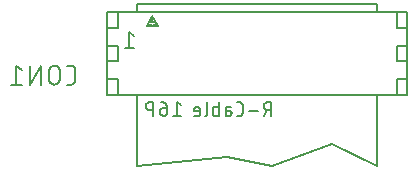
<source format=gbr>
G04 EAGLE Gerber RS-274X export*
G75*
%MOIN*%
%FSLAX34Y34*%
%LPD*%
%INSilkscreen Bottom*%
%IPPOS*%
%AMOC8*
5,1,8,0,0,1.08239X$1,22.5*%
G01*
%ADD10C,0.006000*%
%ADD11C,0.005000*%
%ADD12R,0.020000X0.010000*%
%ADD13R,0.015000X0.005000*%
%ADD14R,0.010000X0.010000*%
%ADD15C,0.007000*%


D10*
X4500Y750D02*
X7500Y1050D01*
X4500Y6140D02*
X12500Y6140D01*
X9000Y750D02*
X7500Y1050D01*
X9000Y750D02*
X11000Y1500D01*
X12500Y750D01*
X4500Y5870D02*
X4500Y6140D01*
X12500Y6140D02*
X12500Y5870D01*
X12500Y3120D02*
X12500Y750D01*
X4500Y750D02*
X4500Y3120D01*
X4830Y5420D02*
X5170Y5420D01*
X5000Y5750D01*
X4830Y5420D01*
X5000Y5650D02*
X5000Y5750D01*
X4500Y3120D02*
X12500Y3120D01*
X12500Y5870D02*
X4500Y5870D01*
X13490Y5870D02*
X13490Y5350D01*
X13490Y3120D02*
X13150Y3120D01*
X3500Y3120D02*
X3500Y3650D01*
X3500Y5870D02*
X3850Y5870D01*
X13150Y3650D02*
X13150Y3120D01*
X13150Y3650D02*
X13490Y3650D01*
X13490Y4250D02*
X13150Y4250D01*
X13150Y3120D02*
X12500Y3120D01*
X13490Y3120D02*
X13490Y3650D01*
X13490Y4250D01*
X13490Y5350D02*
X13150Y5350D01*
X13150Y5870D01*
X13490Y5350D02*
X13490Y4750D01*
X13150Y4750D01*
X13490Y4750D02*
X13490Y4250D01*
X13150Y5870D02*
X12500Y5870D01*
X4500Y3120D02*
X3850Y3120D01*
X13150Y4250D02*
X13150Y4750D01*
X3850Y3650D02*
X3850Y3120D01*
X3500Y3120D01*
X3500Y3650D02*
X3850Y3650D01*
X3850Y4250D02*
X3500Y4250D01*
X3850Y4250D02*
X3850Y4750D01*
X3500Y4750D01*
X3500Y5350D02*
X3850Y5350D01*
X3850Y5870D01*
X3500Y4750D02*
X3500Y4250D01*
X3500Y3650D01*
X3500Y4750D02*
X3500Y5350D01*
X3500Y5870D01*
X3850Y5870D02*
X4500Y5870D01*
X13150Y5870D02*
X13490Y5870D01*
X4380Y5100D02*
X4230Y5220D01*
X4230Y4680D01*
X4380Y4680D02*
X4080Y4680D01*
D11*
X8959Y2875D02*
X8959Y2425D01*
X8959Y2875D02*
X8834Y2875D01*
X8813Y2873D01*
X8793Y2868D01*
X8775Y2860D01*
X8757Y2849D01*
X8742Y2835D01*
X8729Y2818D01*
X8720Y2800D01*
X8713Y2781D01*
X8709Y2760D01*
X8709Y2740D01*
X8713Y2719D01*
X8720Y2700D01*
X8729Y2682D01*
X8742Y2665D01*
X8757Y2651D01*
X8775Y2640D01*
X8793Y2632D01*
X8813Y2627D01*
X8834Y2625D01*
X8959Y2625D01*
X8809Y2625D02*
X8709Y2425D01*
X8507Y2600D02*
X8207Y2600D01*
X7904Y2425D02*
X7804Y2425D01*
X7904Y2425D02*
X7921Y2427D01*
X7938Y2431D01*
X7954Y2438D01*
X7968Y2448D01*
X7981Y2461D01*
X7991Y2475D01*
X7998Y2491D01*
X8002Y2508D01*
X8004Y2525D01*
X8004Y2775D01*
X8002Y2792D01*
X7998Y2809D01*
X7991Y2825D01*
X7981Y2839D01*
X7968Y2852D01*
X7954Y2862D01*
X7938Y2869D01*
X7921Y2873D01*
X7904Y2875D01*
X7804Y2875D01*
X7548Y2600D02*
X7435Y2600D01*
X7548Y2601D02*
X7566Y2599D01*
X7584Y2593D01*
X7600Y2584D01*
X7613Y2572D01*
X7624Y2557D01*
X7632Y2540D01*
X7636Y2522D01*
X7636Y2504D01*
X7632Y2486D01*
X7624Y2469D01*
X7613Y2454D01*
X7600Y2442D01*
X7584Y2433D01*
X7566Y2427D01*
X7548Y2425D01*
X7435Y2425D01*
X7435Y2650D01*
X7436Y2665D01*
X7441Y2679D01*
X7448Y2692D01*
X7457Y2703D01*
X7468Y2712D01*
X7481Y2719D01*
X7495Y2724D01*
X7510Y2725D01*
X7610Y2725D01*
X7210Y2875D02*
X7210Y2425D01*
X7085Y2425D01*
X7070Y2426D01*
X7056Y2431D01*
X7043Y2438D01*
X7032Y2447D01*
X7023Y2458D01*
X7016Y2471D01*
X7011Y2485D01*
X7010Y2500D01*
X7010Y2650D01*
X7011Y2665D01*
X7016Y2679D01*
X7023Y2692D01*
X7032Y2703D01*
X7043Y2712D01*
X7056Y2719D01*
X7070Y2724D01*
X7085Y2725D01*
X7210Y2725D01*
X6818Y2875D02*
X6818Y2500D01*
X6817Y2485D01*
X6812Y2471D01*
X6805Y2458D01*
X6796Y2447D01*
X6785Y2438D01*
X6772Y2431D01*
X6758Y2426D01*
X6743Y2425D01*
X6508Y2425D02*
X6383Y2425D01*
X6508Y2425D02*
X6523Y2426D01*
X6537Y2431D01*
X6550Y2438D01*
X6561Y2447D01*
X6570Y2458D01*
X6577Y2471D01*
X6582Y2485D01*
X6583Y2500D01*
X6583Y2625D01*
X6581Y2643D01*
X6576Y2661D01*
X6568Y2678D01*
X6557Y2692D01*
X6543Y2705D01*
X6528Y2715D01*
X6510Y2721D01*
X6492Y2725D01*
X6474Y2725D01*
X6456Y2721D01*
X6438Y2715D01*
X6423Y2705D01*
X6409Y2692D01*
X6398Y2678D01*
X6390Y2661D01*
X6385Y2643D01*
X6383Y2625D01*
X6383Y2575D01*
X6583Y2575D01*
X5948Y2775D02*
X5823Y2875D01*
X5823Y2425D01*
X5948Y2425D02*
X5698Y2425D01*
X5498Y2675D02*
X5348Y2675D01*
X5331Y2673D01*
X5314Y2669D01*
X5298Y2662D01*
X5284Y2652D01*
X5271Y2639D01*
X5261Y2625D01*
X5254Y2609D01*
X5250Y2592D01*
X5248Y2575D01*
X5248Y2550D01*
X5250Y2529D01*
X5255Y2509D01*
X5263Y2491D01*
X5274Y2473D01*
X5288Y2458D01*
X5305Y2445D01*
X5323Y2436D01*
X5342Y2429D01*
X5363Y2425D01*
X5383Y2425D01*
X5404Y2429D01*
X5423Y2436D01*
X5441Y2445D01*
X5458Y2458D01*
X5472Y2473D01*
X5483Y2491D01*
X5491Y2509D01*
X5496Y2529D01*
X5498Y2550D01*
X5498Y2675D01*
X5496Y2701D01*
X5491Y2727D01*
X5483Y2752D01*
X5471Y2775D01*
X5457Y2797D01*
X5439Y2816D01*
X5420Y2834D01*
X5398Y2848D01*
X5375Y2860D01*
X5350Y2868D01*
X5324Y2873D01*
X5298Y2875D01*
X5025Y2875D02*
X5025Y2425D01*
X5025Y2875D02*
X4900Y2875D01*
X4879Y2873D01*
X4859Y2868D01*
X4841Y2860D01*
X4823Y2849D01*
X4808Y2835D01*
X4795Y2818D01*
X4786Y2800D01*
X4779Y2781D01*
X4775Y2760D01*
X4775Y2740D01*
X4779Y2719D01*
X4786Y2700D01*
X4795Y2682D01*
X4808Y2665D01*
X4823Y2651D01*
X4841Y2640D01*
X4859Y2632D01*
X4879Y2627D01*
X4900Y2625D01*
X5025Y2625D01*
D12*
X5000Y5540D03*
D13*
X4925Y5465D03*
X5075Y5465D03*
D14*
X5000Y5620D03*
D15*
X2281Y3465D02*
X2141Y3465D01*
X2281Y3465D02*
X2303Y3467D01*
X2324Y3472D01*
X2345Y3480D01*
X2363Y3492D01*
X2380Y3506D01*
X2394Y3523D01*
X2406Y3541D01*
X2414Y3562D01*
X2419Y3583D01*
X2421Y3605D01*
X2421Y3955D01*
X2419Y3977D01*
X2414Y3998D01*
X2406Y4019D01*
X2394Y4037D01*
X2380Y4054D01*
X2363Y4068D01*
X2345Y4080D01*
X2324Y4088D01*
X2303Y4093D01*
X2281Y4095D01*
X2141Y4095D01*
X1907Y3920D02*
X1907Y3640D01*
X1907Y3920D02*
X1905Y3945D01*
X1900Y3969D01*
X1891Y3993D01*
X1879Y4015D01*
X1864Y4035D01*
X1847Y4052D01*
X1827Y4067D01*
X1805Y4079D01*
X1781Y4088D01*
X1757Y4093D01*
X1732Y4095D01*
X1707Y4093D01*
X1683Y4088D01*
X1659Y4079D01*
X1637Y4067D01*
X1617Y4052D01*
X1600Y4035D01*
X1585Y4015D01*
X1573Y3993D01*
X1564Y3969D01*
X1559Y3945D01*
X1557Y3920D01*
X1557Y3640D01*
X1559Y3615D01*
X1564Y3591D01*
X1573Y3567D01*
X1585Y3545D01*
X1600Y3525D01*
X1617Y3508D01*
X1637Y3493D01*
X1659Y3481D01*
X1683Y3472D01*
X1707Y3467D01*
X1732Y3465D01*
X1757Y3467D01*
X1781Y3472D01*
X1805Y3481D01*
X1827Y3493D01*
X1847Y3508D01*
X1864Y3525D01*
X1879Y3545D01*
X1891Y3567D01*
X1900Y3591D01*
X1905Y3615D01*
X1907Y3640D01*
X1271Y3465D02*
X1271Y4095D01*
X921Y3465D01*
X921Y4095D01*
X635Y3955D02*
X460Y4095D01*
X460Y3465D01*
X635Y3465D02*
X285Y3465D01*
M02*

</source>
